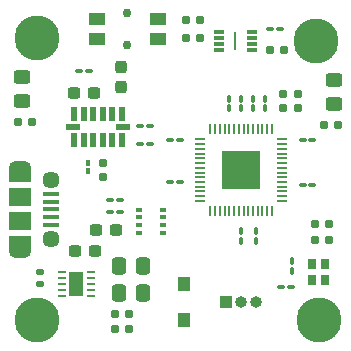
<source format=gts>
G04 #@! TF.GenerationSoftware,KiCad,Pcbnew,(6.0.6)*
G04 #@! TF.CreationDate,2022-10-22T18:45:05+02:00*
G04 #@! TF.ProjectId,ADXL PCB,4144584c-2050-4434-922e-6b696361645f,rev?*
G04 #@! TF.SameCoordinates,Original*
G04 #@! TF.FileFunction,Soldermask,Top*
G04 #@! TF.FilePolarity,Negative*
%FSLAX46Y46*%
G04 Gerber Fmt 4.6, Leading zero omitted, Abs format (unit mm)*
G04 Created by KiCad (PCBNEW (6.0.6)) date 2022-10-22 18:45:05*
%MOMM*%
%LPD*%
G01*
G04 APERTURE LIST*
G04 Aperture macros list*
%AMRoundRect*
0 Rectangle with rounded corners*
0 $1 Rounding radius*
0 $2 $3 $4 $5 $6 $7 $8 $9 X,Y pos of 4 corners*
0 Add a 4 corners polygon primitive as box body*
4,1,4,$2,$3,$4,$5,$6,$7,$8,$9,$2,$3,0*
0 Add four circle primitives for the rounded corners*
1,1,$1+$1,$2,$3*
1,1,$1+$1,$4,$5*
1,1,$1+$1,$6,$7*
1,1,$1+$1,$8,$9*
0 Add four rect primitives between the rounded corners*
20,1,$1+$1,$2,$3,$4,$5,0*
20,1,$1+$1,$4,$5,$6,$7,0*
20,1,$1+$1,$6,$7,$8,$9,0*
20,1,$1+$1,$8,$9,$2,$3,0*%
G04 Aperture macros list end*
%ADD10C,3.800000*%
%ADD11RoundRect,0.100000X-0.100000X0.217500X-0.100000X-0.217500X0.100000X-0.217500X0.100000X0.217500X0*%
%ADD12RoundRect,0.160000X-0.197500X-0.160000X0.197500X-0.160000X0.197500X0.160000X-0.197500X0.160000X0*%
%ADD13RoundRect,0.237500X0.300000X0.237500X-0.300000X0.237500X-0.300000X-0.237500X0.300000X-0.237500X0*%
%ADD14RoundRect,0.100000X-0.217500X-0.100000X0.217500X-0.100000X0.217500X0.100000X-0.217500X0.100000X0*%
%ADD15RoundRect,0.100000X0.217500X0.100000X-0.217500X0.100000X-0.217500X-0.100000X0.217500X-0.100000X0*%
%ADD16RoundRect,0.155000X0.155000X-0.212500X0.155000X0.212500X-0.155000X0.212500X-0.155000X-0.212500X0*%
%ADD17RoundRect,0.160000X-0.160000X0.197500X-0.160000X-0.197500X0.160000X-0.197500X0.160000X0.197500X0*%
%ADD18R,1.000000X1.000000*%
%ADD19O,1.000000X1.000000*%
%ADD20R,0.850000X0.200000*%
%ADD21R,0.200000X0.850000*%
%ADD22R,3.200000X3.200000*%
%ADD23RoundRect,0.160000X0.197500X0.160000X-0.197500X0.160000X-0.197500X-0.160000X0.197500X-0.160000X0*%
%ADD24RoundRect,0.250000X-0.450000X0.325000X-0.450000X-0.325000X0.450000X-0.325000X0.450000X0.325000X0*%
%ADD25RoundRect,0.237500X-0.237500X0.300000X-0.237500X-0.300000X0.237500X-0.300000X0.237500X0.300000X0*%
%ADD26R,0.550000X1.145000*%
%ADD27R,1.145000X0.550000*%
%ADD28RoundRect,0.237500X-0.300000X-0.237500X0.300000X-0.237500X0.300000X0.237500X-0.300000X0.237500X0*%
%ADD29R,0.762000X0.254000*%
%ADD30R,1.244600X2.057400*%
%ADD31RoundRect,0.100000X0.100000X-0.217500X0.100000X0.217500X-0.100000X0.217500X-0.100000X-0.217500X0*%
%ADD32RoundRect,0.147500X-0.172500X0.147500X-0.172500X-0.147500X0.172500X-0.147500X0.172500X0.147500X0*%
%ADD33R,1.120000X1.240000*%
%ADD34R,0.800000X0.900000*%
%ADD35RoundRect,0.250000X-0.337500X-0.475000X0.337500X-0.475000X0.337500X0.475000X-0.337500X0.475000X0*%
%ADD36R,0.500000X0.350000*%
%ADD37RoundRect,0.155000X-0.212500X-0.155000X0.212500X-0.155000X0.212500X0.155000X-0.212500X0.155000X0*%
%ADD38RoundRect,0.075000X0.075000X-0.212500X0.075000X0.212500X-0.075000X0.212500X-0.075000X-0.212500X0*%
%ADD39R,1.350000X0.400000*%
%ADD40R,1.900000X1.500000*%
%ADD41C,1.450000*%
%ADD42R,1.900000X1.200000*%
%ADD43O,1.900000X1.200000*%
%ADD44C,0.750000*%
%ADD45R,1.450000X1.000000*%
%ADD46R,0.900000X0.300000*%
%ADD47R,0.250000X1.650000*%
G04 APERTURE END LIST*
D10*
X141986000Y-95250000D03*
D11*
X161290000Y-100376500D03*
X161290000Y-101191500D03*
D12*
X148554500Y-118618000D03*
X149749500Y-118618000D03*
D13*
X148690500Y-111506000D03*
X146965500Y-111506000D03*
D14*
X150722500Y-104231000D03*
X151537500Y-104231000D03*
D10*
X165608000Y-95504000D03*
D15*
X163475500Y-116332000D03*
X162660500Y-116332000D03*
D16*
X164084000Y-101151500D03*
X164084000Y-100016500D03*
D14*
X145542000Y-98044000D03*
X146357000Y-98044000D03*
D13*
X146912500Y-113284000D03*
X145187500Y-113284000D03*
D17*
X147574000Y-105828500D03*
X147574000Y-107023500D03*
D18*
X157983000Y-117602000D03*
D19*
X159253000Y-117602000D03*
X160523000Y-117602000D03*
D14*
X161698500Y-94488000D03*
X162513500Y-94488000D03*
D20*
X155808000Y-103826000D03*
X155808000Y-104226000D03*
X155808000Y-104626000D03*
X155808000Y-105026000D03*
X155808000Y-105426000D03*
X155808000Y-105826000D03*
X155808000Y-106226000D03*
X155808000Y-106626000D03*
X155808000Y-107026000D03*
X155808000Y-107426000D03*
X155808000Y-107826000D03*
X155808000Y-108226000D03*
X155808000Y-108626000D03*
X155808000Y-109026000D03*
D21*
X156658000Y-109876000D03*
X157058000Y-109876000D03*
X157458000Y-109876000D03*
X157858000Y-109876000D03*
X158258000Y-109876000D03*
X158658000Y-109876000D03*
X159058000Y-109876000D03*
X159458000Y-109876000D03*
X159858000Y-109876000D03*
X160258000Y-109876000D03*
X160658000Y-109876000D03*
X161058000Y-109876000D03*
X161458000Y-109876000D03*
X161858000Y-109876000D03*
D20*
X162708000Y-109026000D03*
X162708000Y-108626000D03*
X162708000Y-108226000D03*
X162708000Y-107826000D03*
X162708000Y-107426000D03*
X162708000Y-107026000D03*
X162708000Y-106626000D03*
X162708000Y-106226000D03*
X162708000Y-105826000D03*
X162708000Y-105426000D03*
X162708000Y-105026000D03*
X162708000Y-104626000D03*
X162708000Y-104226000D03*
X162708000Y-103826000D03*
D21*
X161858000Y-102976000D03*
X161458000Y-102976000D03*
X161058000Y-102976000D03*
X160658000Y-102976000D03*
X160258000Y-102976000D03*
X159858000Y-102976000D03*
X159458000Y-102976000D03*
X159058000Y-102976000D03*
X158658000Y-102976000D03*
X158258000Y-102976000D03*
X157858000Y-102976000D03*
X157458000Y-102976000D03*
X157058000Y-102976000D03*
X156658000Y-102976000D03*
D22*
X159258000Y-106426000D03*
D10*
X165862000Y-119126000D03*
D23*
X166671500Y-110998000D03*
X165476500Y-110998000D03*
D12*
X154596500Y-93726000D03*
X155791500Y-93726000D03*
D24*
X140716000Y-98543000D03*
X140716000Y-100593000D03*
D25*
X149098000Y-97689500D03*
X149098000Y-99414500D03*
D26*
X149136000Y-101691000D03*
X148336000Y-101691000D03*
X147536000Y-101691000D03*
X146736000Y-101691000D03*
X145936000Y-101691000D03*
X145136000Y-101691000D03*
D27*
X145038500Y-102788500D03*
D26*
X145136000Y-103886000D03*
X145936000Y-103886000D03*
X146736000Y-103886000D03*
X147536000Y-103886000D03*
X148336000Y-103886000D03*
X149136000Y-103886000D03*
D27*
X149233500Y-102788500D03*
D28*
X145087000Y-99913000D03*
X146812000Y-99913000D03*
D12*
X140372500Y-102362000D03*
X141567500Y-102362000D03*
D24*
X167132000Y-98797000D03*
X167132000Y-100847000D03*
D14*
X150722500Y-102707000D03*
X151537500Y-102707000D03*
D29*
X144068800Y-115077999D03*
X144068800Y-115578001D03*
X144068800Y-116078000D03*
X144068800Y-116577999D03*
X144068800Y-117078001D03*
X146507200Y-117078001D03*
X146507200Y-116577999D03*
X146507200Y-116078000D03*
X146507200Y-115578001D03*
X146507200Y-115077999D03*
D30*
X145288000Y-116078000D03*
D16*
X162814000Y-101151500D03*
X162814000Y-100016500D03*
D23*
X167475500Y-102616000D03*
X166280500Y-102616000D03*
D31*
X163576000Y-114961500D03*
X163576000Y-114146500D03*
X158242000Y-101191500D03*
X158242000Y-100376500D03*
D11*
X160528000Y-111606500D03*
X160528000Y-112421500D03*
D31*
X159258000Y-101191500D03*
X159258000Y-100376500D03*
D14*
X164472500Y-103886000D03*
X165287500Y-103886000D03*
D23*
X166671500Y-112330000D03*
X165476500Y-112330000D03*
D32*
X142240000Y-115085000D03*
X142240000Y-116055000D03*
D33*
X154432000Y-119102000D03*
X154432000Y-116102000D03*
D11*
X160274000Y-100376500D03*
X160274000Y-101191500D03*
D34*
X165270000Y-114362000D03*
X165270000Y-115762000D03*
X166370000Y-115762000D03*
X166370000Y-114362000D03*
D35*
X148894500Y-116840000D03*
X150969500Y-116840000D03*
D14*
X164472500Y-107696000D03*
X165287500Y-107696000D03*
D15*
X149005500Y-108966000D03*
X148190500Y-108966000D03*
D12*
X154596500Y-95250000D03*
X155791500Y-95250000D03*
D36*
X150613000Y-111719000D03*
X150613000Y-111069000D03*
X150613000Y-110419000D03*
X150613000Y-109769000D03*
X152663000Y-109769000D03*
X152663000Y-110419000D03*
X152663000Y-111069000D03*
X152663000Y-111719000D03*
D35*
X148894500Y-114554000D03*
X150969500Y-114554000D03*
D37*
X161738500Y-96288000D03*
X162873500Y-96288000D03*
D38*
X146304000Y-106509500D03*
X146304000Y-105834500D03*
D39*
X143194500Y-108428000D03*
X143194500Y-109078000D03*
X143194500Y-109728000D03*
X143194500Y-110378000D03*
X143194500Y-111028000D03*
D40*
X140494500Y-108728000D03*
D41*
X143194500Y-112228000D03*
D42*
X140494500Y-112628000D03*
D43*
X140494500Y-106228000D03*
D40*
X140494500Y-110728000D03*
D43*
X140494500Y-113228000D03*
D42*
X140494500Y-106828000D03*
D41*
X143194500Y-107228000D03*
D44*
X149606000Y-93113000D03*
X149606000Y-95863000D03*
D45*
X152181000Y-93638000D03*
X147031000Y-93638000D03*
X147031000Y-95338000D03*
X152181000Y-95338000D03*
D11*
X159258000Y-111606500D03*
X159258000Y-112421500D03*
D10*
X141986000Y-119126000D03*
D15*
X154077500Y-103886000D03*
X153262500Y-103886000D03*
D46*
X157350000Y-94754000D03*
X157350000Y-95254000D03*
X157350000Y-95754000D03*
X157350000Y-96254000D03*
X160150000Y-96254000D03*
X160150000Y-95754000D03*
X160150000Y-95254000D03*
X160150000Y-94754000D03*
D47*
X158750000Y-95504000D03*
D15*
X149005500Y-109982000D03*
X148190500Y-109982000D03*
D12*
X148554500Y-119888000D03*
X149749500Y-119888000D03*
D15*
X154077500Y-107442000D03*
X153262500Y-107442000D03*
M02*

</source>
